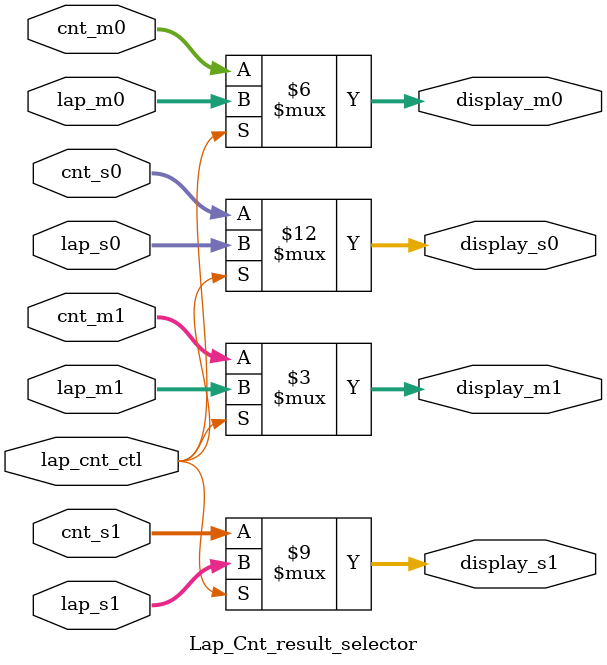
<source format=v>
module Lap_Cnt_result_selector(
    input lap_cnt_ctl,
    input [3:0] lap_s0,
    input [3:0] lap_s1,
    input [3:0] lap_m0,
    input [3:0] lap_m1,
    input [3:0] cnt_s0,
    input [3:0] cnt_s1,
    input [3:0] cnt_m0,
    input [3:0] cnt_m1,
    output [3:0] display_s0,
    output [3:0] display_s1,
    output [3:0] display_m0,
    output [3:0] display_m1
    );
    
    reg [3:0] display_s0, display_s1, display_m0, display_m1;
    
    always @* begin
        if (lap_cnt_ctl) begin 
            display_s0 = lap_s0;
            display_s1 = lap_s1;
            display_m0 = lap_m0;
            display_m1 = lap_m1;
        end
        else begin
            display_s0 = cnt_s0;
            display_s1 = cnt_s1;
            display_m0 = cnt_m0;
            display_m1 = cnt_m1;
        end
    end
endmodule

</source>
